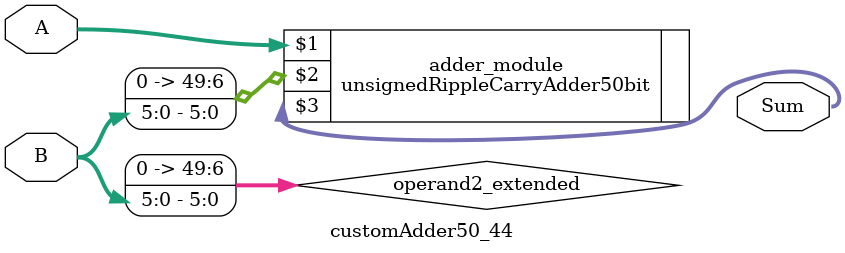
<source format=v>
module customAdder50_44(
                        input [49 : 0] A,
                        input [5 : 0] B,
                        
                        output [50 : 0] Sum
                );

        wire [49 : 0] operand2_extended;
        
        assign operand2_extended =  {44'b0, B};
        
        unsignedRippleCarryAdder50bit adder_module(
            A,
            operand2_extended,
            Sum
        );
        
        endmodule
        
</source>
